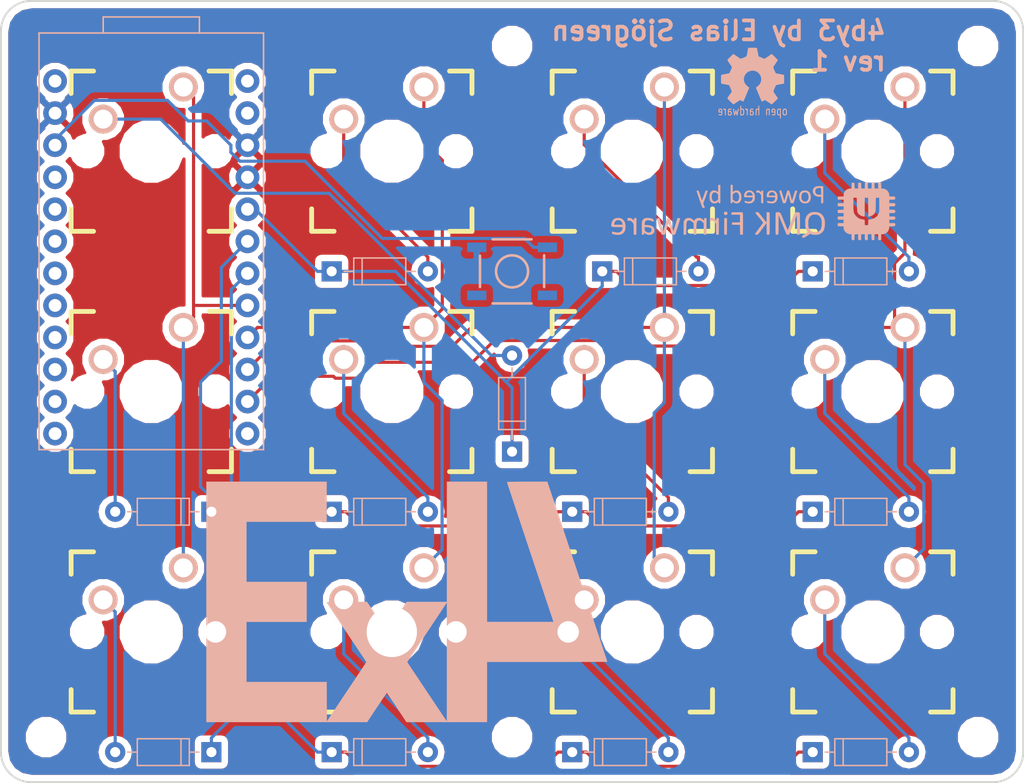
<source format=kicad_pcb>
(kicad_pcb (version 4) (host pcbnew 4.0.6)
  (layers (0 F.Cu signal) (31 B.Cu signal) (34 B.Paste user) (35 F.Paste user) (36 B.SilkS user) (37 F.SilkS user) (38 B.Mask user) (39 F.Mask user) (44 Edge.Cuts user))
  (net 0 "")
  (net 1 R0)
  (net 2 "Net-(D1-Pad2)")
  (net 3 R1)
  (net 4 "Net-(D2-Pad2)")
  (net 5 R2)
  (net 6 "Net-(D3-Pad2)")
  (net 7 "Net-(D4-Pad2)")
  (net 8 "Net-(D5-Pad2)")
  (net 9 "Net-(D6-Pad2)")
  (net 10 "Net-(D7-Pad2)")
  (net 11 "Net-(D8-Pad2)")
  (net 12 "Net-(D9-Pad2)")
  (net 13 "Net-(D10-Pad2)")
  (net 14 "Net-(D11-Pad2)")
  (net 15 "Net-(D12-Pad2)")
  (net 16 C0)
  (net 17 C1)
  (net 18 C2)
  (net 19 C3)
  (net 20 GND)
  (net 21 Reset)
  (module 4by3:OSHW_LOGO (layer B.Cu) (at 195.26332 44.05331 180)
    (fp_text reference >NAME hide)
    (fp_text value >VALUE hide)
  )
  (module 4by3:MOUNTING_HOLE (layer F.Cu) (at 176.212 41.6719)
    (fp_text reference H1 hide)
    (fp_text value "" hide)
    (pad 1 np_thru_hole circle (at 0 0) (size 2.2 2.2) (drill 2.2) (layers *.Cu *.Mask))
  )
  (module Mounting_Holes:MountingHole_2.2mm_M2 (layer F.Cu) (at 213.122 96.4406)
    (fp_text reference H3 hide)
    (fp_text value "" hide)
    (pad 1 np_thru_hole circle (at 0 0) (size 2.2 2.2) (drill 2.2) (layers *.Cu *.Mask))
  )
  (module 4by3:DIODE (layer B.Cu) (at 176.212 73.8188 90)
    (fp_text reference D1 hide)
    (fp_text value D hide)
    (pad 1 thru_hole rect (at 0 0 90) (size 1.6 1.6) (drill 0.8) (layers *.Cu *.Mask) (net 1 R0))
    (pad 2 thru_hole oval (at 7.62 0 90) (size 1.6 1.6) (drill 0.8) (layers *.Cu *.Mask) (net 2 "Net-(D1-Pad2)"))
  )
  (module 4by3:DIODE (layer B.Cu) (at 152.4 78.5812 180)
    (fp_text reference D2 hide)
    (fp_text value D hide)
    (pad 1 thru_hole rect (at 0 0 180) (size 1.6 1.6) (drill 0.8) (layers *.Cu *.Mask) (net 3 R1))
    (pad 2 thru_hole oval (at 7.62 0 180) (size 1.6 1.6) (drill 0.8) (layers *.Cu *.Mask) (net 4 "Net-(D2-Pad2)"))
  )
  (module 4by3:DIODE (layer B.Cu) (at 152.4 97.6312 180)
    (fp_text reference D3 hide)
    (fp_text value D hide)
    (pad 1 thru_hole rect (at 0 0 180) (size 1.6 1.6) (drill 0.8) (layers *.Cu *.Mask) (net 5 R2))
    (pad 2 thru_hole oval (at 7.62 0 180) (size 1.6 1.6) (drill 0.8) (layers *.Cu *.Mask) (net 6 "Net-(D3-Pad2)"))
  )
  (module 4by3:DIODE (layer B.Cu) (at 161.925 59.5312)
    (fp_text reference D4 hide)
    (fp_text value D hide)
    (pad 1 thru_hole rect (at 0 0) (size 1.6 1.6) (drill 0.8) (layers *.Cu *.Mask) (net 1 R0))
    (pad 2 thru_hole oval (at 7.62 0) (size 1.6 1.6) (drill 0.8) (layers *.Cu *.Mask) (net 7 "Net-(D4-Pad2)"))
  )
  (module 4by3:DIODE (layer B.Cu) (at 161.925 78.5812)
    (fp_text reference D5 hide)
    (fp_text value D hide)
    (pad 1 thru_hole rect (at 0 0) (size 1.6 1.6) (drill 0.8) (layers *.Cu *.Mask) (net 3 R1))
    (pad 2 thru_hole oval (at 7.62 0) (size 1.6 1.6) (drill 0.8) (layers *.Cu *.Mask) (net 8 "Net-(D5-Pad2)"))
  )
  (module 4by3:DIODE (layer B.Cu) (at 161.925 97.6312)
    (fp_text reference D6 hide)
    (fp_text value D hide)
    (pad 1 thru_hole rect (at 0 0) (size 1.6 1.6) (drill 0.8) (layers *.Cu *.Mask) (net 5 R2))
    (pad 2 thru_hole oval (at 7.62 0) (size 1.6 1.6) (drill 0.8) (layers *.Cu *.Mask) (net 9 "Net-(D6-Pad2)"))
  )
  (module 4by3:DIODE (layer B.Cu) (at 183.356 59.5312)
    (fp_text reference D7 hide)
    (fp_text value D hide)
    (pad 1 thru_hole rect (at 0 0) (size 1.6 1.6) (drill 0.8) (layers *.Cu *.Mask) (net 1 R0))
    (pad 2 thru_hole oval (at 7.62 0) (size 1.6 1.6) (drill 0.8) (layers *.Cu *.Mask) (net 10 "Net-(D7-Pad2)"))
  )
  (module 4by3:DIODE (layer B.Cu) (at 180.975 78.5812)
    (fp_text reference D8 hide)
    (fp_text value D hide)
    (pad 1 thru_hole rect (at 0 0) (size 1.6 1.6) (drill 0.8) (layers *.Cu *.Mask) (net 3 R1))
    (pad 2 thru_hole oval (at 7.62 0) (size 1.6 1.6) (drill 0.8) (layers *.Cu *.Mask) (net 11 "Net-(D8-Pad2)"))
  )
  (module 4by3:DIODE (layer B.Cu) (at 180.975 97.6312)
    (fp_text reference D9 hide)
    (fp_text value D hide)
    (pad 1 thru_hole rect (at 0 0) (size 1.6 1.6) (drill 0.8) (layers *.Cu *.Mask) (net 5 R2))
    (pad 2 thru_hole oval (at 7.62 0) (size 1.6 1.6) (drill 0.8) (layers *.Cu *.Mask) (net 12 "Net-(D9-Pad2)"))
  )
  (module 4by3:DIODE (layer B.Cu) (at 200.025 59.5312)
    (fp_text reference D10 hide)
    (fp_text value D hide)
    (pad 1 thru_hole rect (at 0 0) (size 1.6 1.6) (drill 0.8) (layers *.Cu *.Mask) (net 1 R0))
    (pad 2 thru_hole oval (at 7.62 0) (size 1.6 1.6) (drill 0.8) (layers *.Cu *.Mask) (net 13 "Net-(D10-Pad2)"))
  )
  (module 4by3:DIODE (layer B.Cu) (at 200.025 78.5812)
    (fp_text reference D11 hide)
    (fp_text value D hide)
    (pad 1 thru_hole rect (at 0 0) (size 1.6 1.6) (drill 0.8) (layers *.Cu *.Mask) (net 3 R1))
    (pad 2 thru_hole oval (at 7.62 0) (size 1.6 1.6) (drill 0.8) (layers *.Cu *.Mask) (net 14 "Net-(D11-Pad2)"))
  )
  (module 4by3:DIODE (layer B.Cu) (at 200.025 97.6312)
    (fp_text reference D12 hide)
    (fp_text value D hide)
    (pad 1 thru_hole rect (at 0 0) (size 1.6 1.6) (drill 0.8) (layers *.Cu *.Mask) (net 5 R2))
    (pad 2 thru_hole oval (at 7.62 0) (size 1.6 1.6) (drill 0.8) (layers *.Cu *.Mask) (net 15 "Net-(D12-Pad2)"))
  )
  (module 4by3:CHERRY_MX_PCB (layer F.Cu) (at 147.638 50.0062)
    (fp_text reference K1 hide)
    (fp_text value KEYSW hide)
    (pad 1 thru_hole circle (at 2.54 -5.08) (size 2.286 2.286) (drill 1.4986) (layers *.Cu *.SilkS *.Mask) (net 16 C0))
    (pad 2 thru_hole circle (at -3.81 -2.54) (size 2.286 2.286) (drill 1.4986) (layers *.Cu *.SilkS *.Mask) (net 2 "Net-(D1-Pad2)"))
    (pad HOLE np_thru_hole circle (at 0 0) (size 3.9878 3.9878) (drill 3.9878) (layers *.Cu))
    (pad HOLE np_thru_hole circle (at -5.08 0) (size 1.7018 1.7018) (drill 1.7018) (layers *.Cu))
    (pad HOLE np_thru_hole circle (at 5.08 0) (size 1.7018 1.7018) (drill 1.7018) (layers *.Cu))
  )
  (module 4by3:CHERRY_MX_PCB (layer F.Cu) (at 147.638 69.0562)
    (fp_text reference K2 hide)
    (fp_text value KEYSW hide)
    (pad 1 thru_hole circle (at 2.54 -5.08) (size 2.286 2.286) (drill 1.4986) (layers *.Cu *.SilkS *.Mask) (net 16 C0))
    (pad 2 thru_hole circle (at -3.81 -2.54) (size 2.286 2.286) (drill 1.4986) (layers *.Cu *.SilkS *.Mask) (net 4 "Net-(D2-Pad2)"))
    (pad HOLE np_thru_hole circle (at 0 0) (size 3.9878 3.9878) (drill 3.9878) (layers *.Cu))
    (pad HOLE np_thru_hole circle (at -5.08 0) (size 1.7018 1.7018) (drill 1.7018) (layers *.Cu))
    (pad HOLE np_thru_hole circle (at 5.08 0) (size 1.7018 1.7018) (drill 1.7018) (layers *.Cu))
  )
  (module 4by3:CHERRY_MX_PCB (layer F.Cu) (at 147.638 88.1062)
    (fp_text reference K3 hide)
    (fp_text value KEYSW hide)
    (pad 1 thru_hole circle (at 2.54 -5.08) (size 2.286 2.286) (drill 1.4986) (layers *.Cu *.SilkS *.Mask) (net 16 C0))
    (pad 2 thru_hole circle (at -3.81 -2.54) (size 2.286 2.286) (drill 1.4986) (layers *.Cu *.SilkS *.Mask) (net 6 "Net-(D3-Pad2)"))
    (pad HOLE np_thru_hole circle (at 0 0) (size 3.9878 3.9878) (drill 3.9878) (layers *.Cu))
    (pad HOLE np_thru_hole circle (at -5.08 0) (size 1.7018 1.7018) (drill 1.7018) (layers *.Cu))
    (pad HOLE np_thru_hole circle (at 5.08 0) (size 1.7018 1.7018) (drill 1.7018) (layers *.Cu))
  )
  (module 4by3:CHERRY_MX_PCB (layer F.Cu) (at 166.688 50.0062)
    (fp_text reference K4 hide)
    (fp_text value KEYSW hide)
    (pad 1 thru_hole circle (at 2.54 -5.08) (size 2.286 2.286) (drill 1.4986) (layers *.Cu *.SilkS *.Mask) (net 17 C1))
    (pad 2 thru_hole circle (at -3.81 -2.54) (size 2.286 2.286) (drill 1.4986) (layers *.Cu *.SilkS *.Mask) (net 7 "Net-(D4-Pad2)"))
    (pad HOLE np_thru_hole circle (at 0 0) (size 3.9878 3.9878) (drill 3.9878) (layers *.Cu))
    (pad HOLE np_thru_hole circle (at -5.08 0) (size 1.7018 1.7018) (drill 1.7018) (layers *.Cu))
    (pad HOLE np_thru_hole circle (at 5.08 0) (size 1.7018 1.7018) (drill 1.7018) (layers *.Cu))
  )
  (module 4by3:CHERRY_MX_PCB (layer F.Cu) (at 166.688 69.0562)
    (fp_text reference K5 hide)
    (fp_text value KEYSW hide)
    (pad 1 thru_hole circle (at 2.54 -5.08) (size 2.286 2.286) (drill 1.4986) (layers *.Cu *.SilkS *.Mask) (net 17 C1))
    (pad 2 thru_hole circle (at -3.81 -2.54) (size 2.286 2.286) (drill 1.4986) (layers *.Cu *.SilkS *.Mask) (net 8 "Net-(D5-Pad2)"))
    (pad HOLE np_thru_hole circle (at 0 0) (size 3.9878 3.9878) (drill 3.9878) (layers *.Cu))
    (pad HOLE np_thru_hole circle (at -5.08 0) (size 1.7018 1.7018) (drill 1.7018) (layers *.Cu))
    (pad HOLE np_thru_hole circle (at 5.08 0) (size 1.7018 1.7018) (drill 1.7018) (layers *.Cu))
  )
  (module 4by3:CHERRY_MX_PCB (layer F.Cu) (at 166.688 88.1062)
    (fp_text reference K6 hide)
    (fp_text value KEYSW hide)
    (pad 1 thru_hole circle (at 2.54 -5.08) (size 2.286 2.286) (drill 1.4986) (layers *.Cu *.SilkS *.Mask) (net 17 C1))
    (pad 2 thru_hole circle (at -3.81 -2.54) (size 2.286 2.286) (drill 1.4986) (layers *.Cu *.SilkS *.Mask) (net 9 "Net-(D6-Pad2)"))
    (pad HOLE np_thru_hole circle (at 0 0) (size 3.9878 3.9878) (drill 3.9878) (layers *.Cu))
    (pad HOLE np_thru_hole circle (at -5.08 0) (size 1.7018 1.7018) (drill 1.7018) (layers *.Cu))
    (pad HOLE np_thru_hole circle (at 5.08 0) (size 1.7018 1.7018) (drill 1.7018) (layers *.Cu))
  )
  (module 4by3:CHERRY_MX_PCB (layer F.Cu) (at 185.738 50.0062)
    (fp_text reference K7 hide)
    (fp_text value KEYSW hide)
    (pad 1 thru_hole circle (at 2.54 -5.08) (size 2.286 2.286) (drill 1.4986) (layers *.Cu *.SilkS *.Mask) (net 18 C2))
    (pad 2 thru_hole circle (at -3.81 -2.54) (size 2.286 2.286) (drill 1.4986) (layers *.Cu *.SilkS *.Mask) (net 10 "Net-(D7-Pad2)"))
    (pad HOLE np_thru_hole circle (at 0 0) (size 3.9878 3.9878) (drill 3.9878) (layers *.Cu))
    (pad HOLE np_thru_hole circle (at -5.08 0) (size 1.7018 1.7018) (drill 1.7018) (layers *.Cu))
    (pad HOLE np_thru_hole circle (at 5.08 0) (size 1.7018 1.7018) (drill 1.7018) (layers *.Cu))
  )
  (module 4by3:CHERRY_MX_PCB (layer F.Cu) (at 185.738 69.0562)
    (fp_text reference K8 hide)
    (fp_text value KEYSW hide)
    (pad 1 thru_hole circle (at 2.54 -5.08) (size 2.286 2.286) (drill 1.4986) (layers *.Cu *.SilkS *.Mask) (net 18 C2))
    (pad 2 thru_hole circle (at -3.81 -2.54) (size 2.286 2.286) (drill 1.4986) (layers *.Cu *.SilkS *.Mask) (net 11 "Net-(D8-Pad2)"))
    (pad HOLE np_thru_hole circle (at 0 0) (size 3.9878 3.9878) (drill 3.9878) (layers *.Cu))
    (pad HOLE np_thru_hole circle (at -5.08 0) (size 1.7018 1.7018) (drill 1.7018) (layers *.Cu))
    (pad HOLE np_thru_hole circle (at 5.08 0) (size 1.7018 1.7018) (drill 1.7018) (layers *.Cu))
  )
  (module 4by3:CHERRY_MX_PCB (layer F.Cu) (at 185.738 88.1062)
    (fp_text reference K9 hide)
    (fp_text value KEYSW hide)
    (pad 1 thru_hole circle (at 2.54 -5.08) (size 2.286 2.286) (drill 1.4986) (layers *.Cu *.SilkS *.Mask) (net 18 C2))
    (pad 2 thru_hole circle (at -3.81 -2.54) (size 2.286 2.286) (drill 1.4986) (layers *.Cu *.SilkS *.Mask) (net 12 "Net-(D9-Pad2)"))
    (pad HOLE np_thru_hole circle (at 0 0) (size 3.9878 3.9878) (drill 3.9878) (layers *.Cu))
    (pad HOLE np_thru_hole circle (at -5.08 0) (size 1.7018 1.7018) (drill 1.7018) (layers *.Cu))
    (pad HOLE np_thru_hole circle (at 5.08 0) (size 1.7018 1.7018) (drill 1.7018) (layers *.Cu))
  )
  (module 4by3:CHERRY_MX_PCB (layer F.Cu) (at 204.788 50.0062)
    (fp_text reference K10 hide)
    (fp_text value KEYSW hide)
    (pad 1 thru_hole circle (at 2.54 -5.08) (size 2.286 2.286) (drill 1.4986) (layers *.Cu *.SilkS *.Mask) (net 19 C3))
    (pad 2 thru_hole circle (at -3.81 -2.54) (size 2.286 2.286) (drill 1.4986) (layers *.Cu *.SilkS *.Mask) (net 13 "Net-(D10-Pad2)"))
    (pad HOLE np_thru_hole circle (at 0 0) (size 3.9878 3.9878) (drill 3.9878) (layers *.Cu))
    (pad HOLE np_thru_hole circle (at -5.08 0) (size 1.7018 1.7018) (drill 1.7018) (layers *.Cu))
    (pad HOLE np_thru_hole circle (at 5.08 0) (size 1.7018 1.7018) (drill 1.7018) (layers *.Cu))
  )
  (module 4by3:CHERRY_MX_PCB (layer F.Cu) (at 204.788 69.0562)
    (fp_text reference K11 hide)
    (fp_text value KEYSW hide)
    (pad 1 thru_hole circle (at 2.54 -5.08) (size 2.286 2.286) (drill 1.4986) (layers *.Cu *.SilkS *.Mask) (net 19 C3))
    (pad 2 thru_hole circle (at -3.81 -2.54) (size 2.286 2.286) (drill 1.4986) (layers *.Cu *.SilkS *.Mask) (net 14 "Net-(D11-Pad2)"))
    (pad HOLE np_thru_hole circle (at 0 0) (size 3.9878 3.9878) (drill 3.9878) (layers *.Cu))
    (pad HOLE np_thru_hole circle (at -5.08 0) (size 1.7018 1.7018) (drill 1.7018) (layers *.Cu))
    (pad HOLE np_thru_hole circle (at 5.08 0) (size 1.7018 1.7018) (drill 1.7018) (layers *.Cu))
  )
  (module 4by3:CHERRY_MX_PCB (layer F.Cu) (at 204.788 88.1062)
    (fp_text reference K12 hide)
    (fp_text value KEYSW hide)
    (pad 1 thru_hole circle (at 2.54 -5.08) (size 2.286 2.286) (drill 1.4986) (layers *.Cu *.SilkS *.Mask) (net 19 C3))
    (pad 2 thru_hole circle (at -3.81 -2.54) (size 2.286 2.286) (drill 1.4986) (layers *.Cu *.SilkS *.Mask) (net 15 "Net-(D12-Pad2)"))
    (pad HOLE np_thru_hole circle (at 0 0) (size 3.9878 3.9878) (drill 3.9878) (layers *.Cu))
    (pad HOLE np_thru_hole circle (at -5.08 0) (size 1.7018 1.7018) (drill 1.7018) (layers *.Cu))
    (pad HOLE np_thru_hole circle (at 5.08 0) (size 1.7018 1.7018) (drill 1.7018) (layers *.Cu))
  )
  (module 4by3:RESET_BUTTON (layer B.Cu) (at 176.212 59.5312 180)
    (fp_text reference SW1 hide)
    (fp_text value SW_PUSH hide)
    (pad 1 smd rect (at -2.794 1.905 90) (size 0.762 1.524) (layers B.Cu B.Paste B.Mask) (net 21 Reset))
    (pad 2 smd rect (at 2.794 1.905 90) (size 0.762 1.524) (layers B.Cu B.Paste B.Mask) (net 20 GND))
    (pad 3 smd rect (at -2.794 -1.905 90) (size 0.762 1.524) (layers B.Cu B.Paste B.Mask))
    (pad 4 smd rect (at 2.794 -1.905 90) (size 0.762 1.524) (layers B.Cu B.Paste B.Mask))
  )
  (module 4by3:MOUNTING_HOLE (layer F.Cu) (at 176.212 96.4406)
    (fp_text reference H4 hide)
    (fp_text value "" hide)
    (pad 1 np_thru_hole circle (at 0 0) (size 2.2 2.2) (drill 2.2) (layers *.Cu *.Mask))
  )
  (module 4by3:MOUNTING_HOLE (layer F.Cu) (at 139.303 96.4406)
    (fp_text reference H5 hide)
    (fp_text value "" hide)
    (pad 1 np_thru_hole circle (at 0 0) (size 2.2 2.2) (drill 2.2) (layers *.Cu *.Mask))
  )
  (module 4by3:MOUNTING_HOLE (layer F.Cu) (at 213.122 41.6719)
    (fp_text reference H2 hide)
    (fp_text value "" hide)
    (pad 1 np_thru_hole circle (at 0 0) (size 2.2 2.2) (drill 2.2) (layers *.Cu *.Mask))
  )
  (module 4by3:PRO_MICRO (layer B.Cu) (at 147.638 57.15 180)
    (fp_text reference M1 hide)
    (fp_text value PRO_MICRO hide)
    (pad 1 thru_hole circle (at -7.62 12.7 180) (size 1.8796 1.8796) (drill 1.016) (layers *.Cu *.Mask))
    (pad 2 thru_hole circle (at -7.62 10.16 180) (size 1.8796 1.8796) (drill 1.016) (layers *.Cu *.Mask))
    (pad 3 thru_hole circle (at -7.62 7.62 180) (size 1.8796 1.8796) (drill 1.016) (layers *.Cu *.Mask) (net 20 GND))
    (pad 4 thru_hole circle (at -7.62 5.08 180) (size 1.8796 1.8796) (drill 1.016) (layers *.Cu *.Mask) (net 20 GND))
    (pad 5 thru_hole circle (at -7.62 2.54 180) (size 1.8796 1.8796) (drill 1.016) (layers *.Cu *.Mask) (net 1 R0))
    (pad 6 thru_hole circle (at -7.62 0 180) (size 1.8796 1.8796) (drill 1.016) (layers *.Cu *.Mask) (net 3 R1))
    (pad 7 thru_hole circle (at -7.62 -2.54 180) (size 1.8796 1.8796) (drill 1.016) (layers *.Cu *.Mask) (net 5 R2))
    (pad 8 thru_hole circle (at -7.62 -5.08 180) (size 1.8796 1.8796) (drill 1.016) (layers *.Cu *.Mask) (net 16 C0))
    (pad 9 thru_hole circle (at -7.62 -7.62 180) (size 1.8796 1.8796) (drill 1.016) (layers *.Cu *.Mask) (net 17 C1))
    (pad 10 thru_hole circle (at -7.62 -10.16 180) (size 1.8796 1.8796) (drill 1.016) (layers *.Cu *.Mask) (net 18 C2))
    (pad 11 thru_hole circle (at -7.62 -12.7 180) (size 1.8796 1.8796) (drill 1.016) (layers *.Cu *.Mask) (net 19 C3))
    (pad 12 thru_hole circle (at -7.62 -15.24 180) (size 1.8796 1.8796) (drill 1.016) (layers *.Cu *.Mask))
    (pad 13 thru_hole circle (at 7.62 -15.24 180) (size 1.8796 1.8796) (drill 1.016) (layers *.Cu *.Mask))
    (pad 14 thru_hole circle (at 7.62 -12.7 180) (size 1.8796 1.8796) (drill 1.016) (layers *.Cu *.Mask))
    (pad 15 thru_hole circle (at 7.62 -10.16 180) (size 1.8796 1.8796) (drill 1.016) (layers *.Cu *.Mask))
    (pad 16 thru_hole circle (at 7.62 -7.62 180) (size 1.8796 1.8796) (drill 1.016) (layers *.Cu *.Mask))
    (pad 17 thru_hole circle (at 7.62 -5.08 180) (size 1.8796 1.8796) (drill 1.016) (layers *.Cu *.Mask))
    (pad 18 thru_hole circle (at 7.62 -2.54 180) (size 1.8796 1.8796) (drill 1.016) (layers *.Cu *.Mask))
    (pad 19 thru_hole circle (at 7.62 0 180) (size 1.8796 1.8796) (drill 1.016) (layers *.Cu *.Mask))
    (pad 20 thru_hole circle (at 7.62 2.54 180) (size 1.8796 1.8796) (drill 1.016) (layers *.Cu *.Mask))
    (pad 21 thru_hole circle (at 7.62 5.08 180) (size 1.8796 1.8796) (drill 1.016) (layers *.Cu *.Mask))
    (pad 22 thru_hole circle (at 7.62 7.62 180) (size 1.8796 1.8796) (drill 1.016) (layers *.Cu *.Mask) (net 21 Reset))
    (pad 23 thru_hole circle (at 7.62 10.16 180) (size 1.8796 1.8796) (drill 1.016) (layers *.Cu *.Mask) (net 20 GND))
    (pad 24 thru_hole circle (at 7.62 12.7 180) (size 1.8796 1.8796) (drill 1.016) (layers *.Cu *.Mask))
  )
  (module 4by3:4BY3_LOGO (layer B.Cu) (at 167.87883 85.72536 180)
    (fp_text reference G*** hide)
    (fp_text value LOGO hide)
  )
  (module 4by3:QMK_BADGE (layer B.Cu) (at 195.26332 54.76898 180)
    (fp_text reference G hide)
    (fp_text value LOGO hide)
  )
  (gr_text "4by3 by Elias Sjögreen\nrev 1\n" (at 205.97899 41.67205) (layer B.SilkS) (effects (font (size 1.5 1.5) (thickness 0.3)) (justify left mirror)))
  (gr_arc (start 138.1125 97.63125) (end 138.1125 100.0125) (angle 90) (layer Edge.Cuts) (width 0.15))
  (gr_arc (start 214.3125 97.63125) (end 216.69375 97.63125) (angle 90) (layer Edge.Cuts) (width 0.15))
  (gr_arc (start 214.3125 40.48125) (end 214.3125 38.1) (angle 90) (layer Edge.Cuts) (width 0.15))
  (gr_arc (start 138.1125 40.48125) (end 135.73125 40.48125) (angle 90) (layer Edge.Cuts) (width 0.15))
  (gr_line (start 135.73125 97.63125) (end 135.73125 40.48125) (angle 90) (layer Edge.Cuts) (width 0.15))
  (gr_line (start 214.3125 100.0125) (end 138.1125 100.0125) (angle 90) (layer Edge.Cuts) (width 0.15))
  (gr_line (start 216.69375 40.48125) (end 216.69375 97.63125) (angle 90) (layer Edge.Cuts) (width 0.15))
  (gr_line (start 138.1125 38.1) (end 214.3125 38.1) (angle 90) (layer Edge.Cuts) (width 0.15))
  (segment (start 185.6066 60.6565) (end 184.4813 59.5312) (width 0.25) (layer F.Cu) (net 1))
  (segment (start 197.7744 60.6565) (end 185.6066 60.6565) (width 0.25) (layer F.Cu) (net 1))
  (segment (start 198.8997 59.5312) (end 197.7744 60.6565) (width 0.25) (layer F.Cu) (net 1))
  (segment (start 200.025 59.5312) (end 198.8997 59.5312) (width 0.25) (layer F.Cu) (net 1))
  (segment (start 183.356 59.5312) (end 184.4813 59.5312) (width 0.25) (layer F.Cu) (net 1))
  (segment (start 183.356 60.704) (end 175.756 68.304) (width 0.25) (layer B.Cu) (net 1))
  (segment (start 183.356 59.5312) (end 183.356 60.704) (width 0.25) (layer B.Cu) (net 1))
  (segment (start 166.9831 59.5312) (end 175.756 68.304) (width 0.25) (layer B.Cu) (net 1))
  (segment (start 161.925 59.5312) (end 166.9831 59.5312) (width 0.25) (layer B.Cu) (net 1))
  (segment (start 176.212 68.7601) (end 176.212 73.8188) (width 0.25) (layer B.Cu) (net 1))
  (segment (start 175.756 68.304) (end 176.212 68.7601) (width 0.25) (layer B.Cu) (net 1))
  (segment (start 155.8785 54.61) (end 160.7997 59.5312) (width 0.25) (layer B.Cu) (net 1))
  (segment (start 155.258 54.61) (end 155.8785 54.61) (width 0.25) (layer B.Cu) (net 1))
  (segment (start 161.925 59.5312) (end 160.7997 59.5312) (width 0.25) (layer B.Cu) (net 1))
  (segment (start 174.5735 66.1988) (end 176.212 66.1988) (width 0.25) (layer B.Cu) (net 2))
  (segment (start 161.7147 53.34) (end 174.5735 66.1988) (width 0.25) (layer B.Cu) (net 2))
  (segment (start 154.2608 53.34) (end 161.7147 53.34) (width 0.25) (layer B.Cu) (net 2))
  (segment (start 148.387 47.4662) (end 154.2608 53.34) (width 0.25) (layer B.Cu) (net 2))
  (segment (start 143.828 47.4662) (end 148.387 47.4662) (width 0.25) (layer B.Cu) (net 2))
  (segment (start 151.5362 76.5921) (end 152.4 77.4559) (width 0.25) (layer B.Cu) (net 3))
  (segment (start 151.5362 68.317) (end 151.5362 76.5921) (width 0.25) (layer B.Cu) (net 3))
  (segment (start 153.1867 66.6665) (end 151.5362 68.317) (width 0.25) (layer B.Cu) (net 3))
  (segment (start 153.1867 59.2213) (end 153.1867 66.6665) (width 0.25) (layer B.Cu) (net 3))
  (segment (start 155.258 57.15) (end 153.1867 59.2213) (width 0.25) (layer B.Cu) (net 3))
  (segment (start 152.4 78.5812) (end 152.4 77.4559) (width 0.25) (layer B.Cu) (net 3))
  (segment (start 197.7744 79.7065) (end 198.8997 78.5812) (width 0.25) (layer F.Cu) (net 3))
  (segment (start 183.2256 79.7065) (end 197.7744 79.7065) (width 0.25) (layer F.Cu) (net 3))
  (segment (start 182.1003 78.5812) (end 183.2256 79.7065) (width 0.25) (layer F.Cu) (net 3))
  (segment (start 180.975 78.5812) (end 182.1003 78.5812) (width 0.25) (layer F.Cu) (net 3))
  (segment (start 200.025 78.5812) (end 198.8997 78.5812) (width 0.25) (layer F.Cu) (net 3))
  (segment (start 152.4 78.5812) (end 161.925 78.5812) (width 0.25) (layer F.Cu) (net 3))
  (segment (start 178.7244 79.7065) (end 179.8497 78.5812) (width 0.25) (layer F.Cu) (net 3))
  (segment (start 164.1756 79.7065) (end 178.7244 79.7065) (width 0.25) (layer F.Cu) (net 3))
  (segment (start 163.0503 78.5812) (end 164.1756 79.7065) (width 0.25) (layer F.Cu) (net 3))
  (segment (start 161.925 78.5812) (end 163.0503 78.5812) (width 0.25) (layer F.Cu) (net 3))
  (segment (start 180.975 78.5812) (end 179.8497 78.5812) (width 0.25) (layer F.Cu) (net 3))
  (segment (start 144.78 67.4682) (end 144.78 78.5812) (width 0.25) (layer B.Cu) (net 4))
  (segment (start 143.828 66.5162) (end 144.78 67.4682) (width 0.25) (layer B.Cu) (net 4))
  (segment (start 152.4 97.6312) (end 152.4 96.5059) (width 0.25) (layer B.Cu) (net 5))
  (segment (start 183.2256 98.7565) (end 182.1003 97.6312) (width 0.25) (layer F.Cu) (net 5))
  (segment (start 197.7744 98.7565) (end 183.2256 98.7565) (width 0.25) (layer F.Cu) (net 5))
  (segment (start 198.8997 97.6312) (end 197.7744 98.7565) (width 0.25) (layer F.Cu) (net 5))
  (segment (start 200.025 97.6312) (end 198.8997 97.6312) (width 0.25) (layer F.Cu) (net 5))
  (segment (start 181.5377 97.6312) (end 182.0108 97.6312) (width 0.25) (layer F.Cu) (net 5))
  (segment (start 180.975 97.6312) (end 181.5377 97.6312) (width 0.25) (layer F.Cu) (net 5))
  (segment (start 182.0108 97.6312) (end 182.1003 97.6312) (width 0.25) (layer F.Cu) (net 5))
  (segment (start 161.925 97.6312) (end 160.7997 97.6312) (width 0.25) (layer B.Cu) (net 5))
  (segment (start 158.0948 94.9263) (end 160.7997 97.6312) (width 0.25) (layer B.Cu) (net 5))
  (segment (start 153.9796 94.9263) (end 158.0948 94.9263) (width 0.25) (layer B.Cu) (net 5))
  (segment (start 153.9796 60.9684) (end 153.9796 94.9263) (width 0.25) (layer B.Cu) (net 5))
  (segment (start 155.258 59.69) (end 153.9796 60.9684) (width 0.25) (layer B.Cu) (net 5))
  (segment (start 153.9796 94.9263) (end 152.4 96.5059) (width 0.25) (layer B.Cu) (net 5))
  (segment (start 178.7244 98.7565) (end 179.8497 97.6312) (width 0.25) (layer F.Cu) (net 5))
  (segment (start 164.1756 98.7565) (end 178.7244 98.7565) (width 0.25) (layer F.Cu) (net 5))
  (segment (start 163.0503 97.6312) (end 164.1756 98.7565) (width 0.25) (layer F.Cu) (net 5))
  (segment (start 161.925 97.6312) (end 163.0503 97.6312) (width 0.25) (layer F.Cu) (net 5))
  (segment (start 180.975 97.6312) (end 179.8497 97.6312) (width 0.25) (layer F.Cu) (net 5))
  (segment (start 144.78 86.5182) (end 144.78 97.6312) (width 0.25) (layer B.Cu) (net 6))
  (segment (start 143.828 85.5662) (end 144.78 86.5182) (width 0.25) (layer B.Cu) (net 6))
  (segment (start 169.545 59.5312) (end 169.545 58.4059) (width 0.25) (layer F.Cu) (net 7))
  (segment (start 162.878 51.7389) (end 169.545 58.4059) (width 0.25) (layer F.Cu) (net 7))
  (segment (start 162.878 47.4662) (end 162.878 51.7389) (width 0.25) (layer F.Cu) (net 7))
  (segment (start 162.878 70.7889) (end 169.545 77.4559) (width 0.25) (layer B.Cu) (net 8))
  (segment (start 162.878 66.5162) (end 162.878 70.7889) (width 0.25) (layer B.Cu) (net 8))
  (segment (start 169.545 78.5812) (end 169.545 77.4559) (width 0.25) (layer B.Cu) (net 8))
  (segment (start 162.878 89.8389) (end 169.545 96.5059) (width 0.25) (layer B.Cu) (net 9))
  (segment (start 162.878 85.5662) (end 162.878 89.8389) (width 0.25) (layer B.Cu) (net 9))
  (segment (start 169.545 97.6312) (end 169.545 96.5059) (width 0.25) (layer B.Cu) (net 9))
  (segment (start 190.8353 58.4059) (end 190.976 58.4059) (width 0.25) (layer F.Cu) (net 10))
  (segment (start 181.928 49.4986) (end 190.8353 58.4059) (width 0.25) (layer F.Cu) (net 10))
  (segment (start 181.928 47.4662) (end 181.928 49.4986) (width 0.25) (layer F.Cu) (net 10))
  (segment (start 190.976 59.5312) (end 190.976 58.4059) (width 0.25) (layer F.Cu) (net 10))
  (segment (start 181.928 70.7889) (end 188.595 77.4559) (width 0.25) (layer F.Cu) (net 11))
  (segment (start 181.928 66.5162) (end 181.928 70.7889) (width 0.25) (layer F.Cu) (net 11))
  (segment (start 188.595 78.5812) (end 188.595 77.4559) (width 0.25) (layer F.Cu) (net 11))
  (segment (start 181.928 89.8389) (end 188.595 96.5059) (width 0.25) (layer B.Cu) (net 12))
  (segment (start 181.928 85.5662) (end 181.928 89.8389) (width 0.25) (layer B.Cu) (net 12))
  (segment (start 188.595 97.6312) (end 188.595 96.5059) (width 0.25) (layer B.Cu) (net 12))
  (segment (start 200.978 51.7389) (end 207.645 58.4059) (width 0.25) (layer B.Cu) (net 13))
  (segment (start 200.978 47.4662) (end 200.978 51.7389) (width 0.25) (layer B.Cu) (net 13))
  (segment (start 207.645 59.5312) (end 207.645 58.4059) (width 0.25) (layer B.Cu) (net 13))
  (segment (start 200.978 70.7889) (end 207.645 77.4559) (width 0.25) (layer B.Cu) (net 14))
  (segment (start 200.978 66.5162) (end 200.978 70.7889) (width 0.25) (layer B.Cu) (net 14))
  (segment (start 207.645 78.5812) (end 207.645 77.4559) (width 0.25) (layer B.Cu) (net 14))
  (segment (start 200.978 89.8389) (end 207.645 96.5059) (width 0.25) (layer B.Cu) (net 15))
  (segment (start 200.978 85.5662) (end 200.978 89.8389) (width 0.25) (layer B.Cu) (net 15))
  (segment (start 207.645 97.6312) (end 207.645 96.5059) (width 0.25) (layer B.Cu) (net 15))
  (segment (start 150.178 83.0262) (end 150.178 63.9762) (width 0.25) (layer B.Cu) (net 16))
  (segment (start 150.9863 62.23) (end 155.258 62.23) (width 0.25) (layer F.Cu) (net 16))
  (segment (start 150.9863 63.1679) (end 150.9863 62.23) (width 0.25) (layer F.Cu) (net 16))
  (segment (start 150.178 63.9762) (end 150.9863 63.1679) (width 0.25) (layer F.Cu) (net 16))
  (segment (start 150.9863 45.7345) (end 150.178 44.9262) (width 0.25) (layer F.Cu) (net 16))
  (segment (start 150.9863 62.23) (end 150.9863 45.7345) (width 0.25) (layer F.Cu) (net 16))
  (segment (start 169.228 49.2661) (end 169.228 44.9262) (width 0.25) (layer F.Cu) (net 17))
  (segment (start 170.6883 50.7264) (end 169.228 49.2661) (width 0.25) (layer F.Cu) (net 17))
  (segment (start 170.6883 62.5159) (end 170.6883 50.7264) (width 0.25) (layer F.Cu) (net 17))
  (segment (start 169.228 68.3161) (end 169.228 63.9762) (width 0.25) (layer B.Cu) (net 17))
  (segment (start 170.671 69.7591) (end 169.228 68.3161) (width 0.25) (layer B.Cu) (net 17))
  (segment (start 170.671 81.5832) (end 170.671 69.7591) (width 0.25) (layer B.Cu) (net 17))
  (segment (start 169.228 83.0262) (end 170.671 81.5832) (width 0.25) (layer B.Cu) (net 17))
  (segment (start 156.0518 63.9762) (end 169.228 63.9762) (width 0.25) (layer F.Cu) (net 17))
  (segment (start 155.258 64.77) (end 156.0518 63.9762) (width 0.25) (layer F.Cu) (net 17))
  (segment (start 169.228 63.9762) (end 170.6883 62.5159) (width 0.25) (layer F.Cu) (net 17))
  (segment (start 172.981 63.9762) (end 188.278 63.9762) (width 0.25) (layer F.Cu) (net 18))
  (segment (start 171.4876 65.4696) (end 172.981 63.9762) (width 0.25) (layer F.Cu) (net 18))
  (segment (start 164.3714 65.4696) (end 171.4876 65.4696) (width 0.25) (layer F.Cu) (net 18))
  (segment (start 163.9395 65.0377) (end 164.3714 65.4696) (width 0.25) (layer F.Cu) (net 18))
  (segment (start 157.5303 65.0377) (end 163.9395 65.0377) (width 0.25) (layer F.Cu) (net 18))
  (segment (start 155.258 67.31) (end 157.5303 65.0377) (width 0.25) (layer F.Cu) (net 18))
  (segment (start 188.278 69.9327) (end 188.278 63.9762) (width 0.25) (layer B.Cu) (net 18))
  (segment (start 187.4681 70.7426) (end 188.278 69.9327) (width 0.25) (layer B.Cu) (net 18))
  (segment (start 187.4681 82.2163) (end 187.4681 70.7426) (width 0.25) (layer B.Cu) (net 18))
  (segment (start 188.278 83.0262) (end 187.4681 82.2163) (width 0.25) (layer B.Cu) (net 18))
  (segment (start 188.278 63.9762) (end 188.278 44.9262) (width 0.25) (layer B.Cu) (net 18))
  (segment (start 208.8274 81.5268) (end 207.328 83.0262) (width 0.25) (layer B.Cu) (net 19))
  (segment (start 208.8274 76.3444) (end 208.8274 81.5268) (width 0.25) (layer B.Cu) (net 19))
  (segment (start 207.328 74.845) (end 208.8274 76.3444) (width 0.25) (layer B.Cu) (net 19))
  (segment (start 207.328 63.9762) (end 207.328 74.845) (width 0.25) (layer B.Cu) (net 19))
  (segment (start 207.328 58.0743) (end 207.328 44.9262) (width 0.25) (layer F.Cu) (net 19))
  (segment (start 206.5085 58.8938) (end 207.328 58.0743) (width 0.25) (layer F.Cu) (net 19))
  (segment (start 206.5085 63.9762) (end 206.5085 58.8938) (width 0.25) (layer F.Cu) (net 19))
  (segment (start 195.0916 63.9762) (end 206.5085 63.9762) (width 0.25) (layer F.Cu) (net 19))
  (segment (start 193.6178 65.45) (end 195.0916 63.9762) (width 0.25) (layer F.Cu) (net 19))
  (segment (start 187.2337 65.45) (end 193.6178 65.45) (width 0.25) (layer F.Cu) (net 19))
  (segment (start 186.7949 65.0112) (end 187.2337 65.45) (width 0.25) (layer F.Cu) (net 19))
  (segment (start 174.7975 65.0112) (end 186.7949 65.0112) (width 0.25) (layer F.Cu) (net 19))
  (segment (start 173.0717 66.737) (end 174.7975 65.0112) (width 0.25) (layer F.Cu) (net 19))
  (segment (start 165.1753 66.737) (end 173.0717 66.737) (width 0.25) (layer F.Cu) (net 19))
  (segment (start 163.9135 67.9988) (end 165.1753 66.737) (width 0.25) (layer F.Cu) (net 19))
  (segment (start 162.2142 67.9988) (end 163.9135 67.9988) (width 0.25) (layer F.Cu) (net 19))
  (segment (start 162.0612 67.8458) (end 162.2142 67.9988) (width 0.25) (layer F.Cu) (net 19))
  (segment (start 157.2622 67.8458) (end 162.0612 67.8458) (width 0.25) (layer F.Cu) (net 19))
  (segment (start 155.258 69.85) (end 157.2622 67.8458) (width 0.25) (layer F.Cu) (net 19))
  (segment (start 206.5085 63.9762) (end 207.328 63.9762) (width 0.25) (layer F.Cu) (net 19))
  (segment (start 177.2124 56.9199) (end 177.9187 57.6262) (width 0.25) (layer B.Cu) (net 21))
  (segment (start 165.9315 56.9199) (end 177.2124 56.9199) (width 0.25) (layer B.Cu) (net 21))
  (segment (start 159.8116 50.8) (end 165.9315 56.9199) (width 0.25) (layer B.Cu) (net 21))
  (segment (start 154.6515 50.8) (end 159.8116 50.8) (width 0.25) (layer B.Cu) (net 21))
  (segment (start 153.9435 50.092) (end 154.6515 50.8) (width 0.25) (layer B.Cu) (net 21))
  (segment (start 153.9435 49.5276) (end 153.9435 50.092) (width 0.25) (layer B.Cu) (net 21))
  (segment (start 152.0267 47.6108) (end 153.9435 49.5276) (width 0.25) (layer B.Cu) (net 21))
  (segment (start 150.5561 47.6108) (end 152.0267 47.6108) (width 0.25) (layer B.Cu) (net 21))
  (segment (start 148.9244 45.9791) (end 150.5561 47.6108) (width 0.25) (layer B.Cu) (net 21))
  (segment (start 143.1382 45.9791) (end 148.9244 45.9791) (width 0.25) (layer B.Cu) (net 21))
  (segment (start 140.018 49.0993) (end 143.1382 45.9791) (width 0.25) (layer B.Cu) (net 21))
  (segment (start 140.018 49.53) (end 140.018 49.0993) (width 0.25) (layer B.Cu) (net 21))
  (segment (start 179.006 57.6262) (end 177.9187 57.6262) (width 0.25) (layer B.Cu) (net 21))
  (zone (net 20) (net_name GND) (layer F.Cu) (connect_pads thru_hole_only (clearance 0.508)) (min_thickness 0.254) (fill yes (arc_segments 16) (thermal_gap 0.508) (thermal_bridge_width 0.508))
    (polygon (pts (xy 216.69375 100.0125) (xy 135.73125 100.0125) (xy 135.73125 38.1) (xy 216.69375 38.1)))
  )
  (zone (net 20) (net_name GND) (layer B.Cu) (connect_pads (clearance 0.508)) (min_thickness 0.254) (fill yes (arc_segments 16) (thermal_gap 0.508) (thermal_bridge_width 0.508))
    (polygon (pts (xy 216.69375 100.0125) (xy 135.73125 100.0125) (xy 135.73125 38.1) (xy 216.69375 38.1)))
  )
)
</source>
